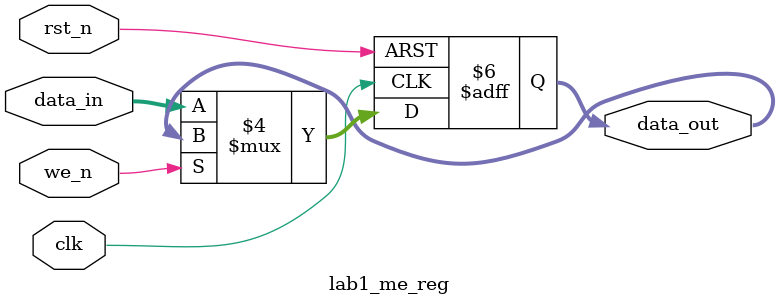
<source format=v>
`timescale 1ns / 1ps
module lab1_me_reg(clk, rst_n, data_in, data_out, we_n);
input clk, rst_n;
input [7:0] data_in;
input we_n;
output reg [7:0] data_out;
always @(posedge clk, negedge rst_n) begin
	if(!rst_n) begin
		data_out <= 0;
	end else begin
		if (!we_n)data_out <= data_in;
	end
end

endmodule


</source>
